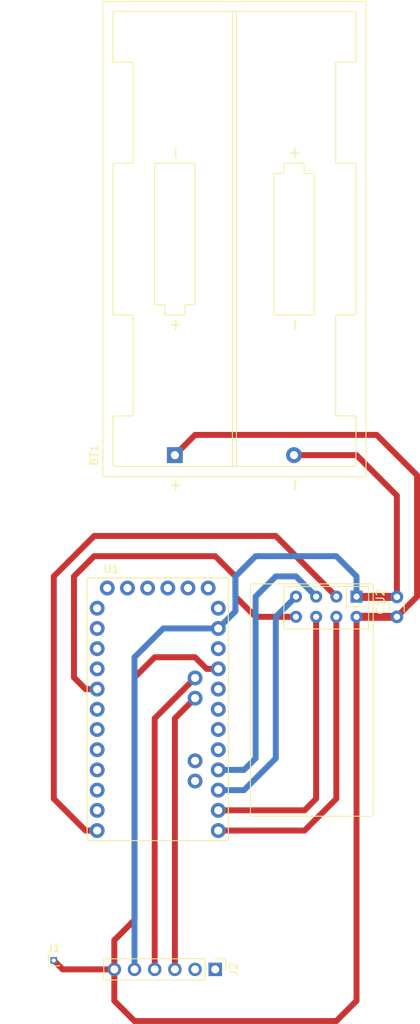
<source format=kicad_pcb>
(kicad_pcb (version 20211014) (generator pcbnew)
  (layers (0 "F.Cu" signal) (31 "B.Cu" signal) (34 "B.Paste" user) (35 "F.Paste" user) (36 "B.SilkS" user "B.Silkscreen") (37 "F.SilkS" user "F.Silkscreen") (38 "B.Mask" user) (39 "F.Mask" user) (44 "Edge.Cuts" user))
  (net 0 "")
  (net 1 "Net-(U1-PadJP6_4)")
  (net 2 "Net-(U3-Pad5)")
  (net 3 "Net-(U3-Pad2)")
  (net 4 "Net-(U1-PadJP2_1)")
  (net 5 "Net-(U1-PadJP2_2)")
  (net 10 "Net-(U1-PadJP7_8)")
  (net 17 "Net-(U1-PadJP7_1)")
  (net 18 "Net-(U1-PadJP6_12)")
  (net 19 "Net-(U1-PadJP6_11)")
  (net 20 "Net-(U1-PadJP6_10)")
  (net 21 "Net-(U1-PadJP6_9)")
  (net 27 "GND")
  (net 31 "Net-(U1-PadJP1_5)")
  (footprint "Capacitor_THT:C_Disc_D3.0mm_W1.6mm_P2.50mm" (layer "F.Cu") (at 167.64 96.52 90)
    (fp_text reference "C1" (at 1.25 -2.05 90) (layer "F.SilkS"))
    (fp_text value "10µF")
    (fp_line (start 0.621 -0.92) (end 1.879 -0.92) (layer "F.SilkS") (width 0.12))
    (fp_line (start 0.621 0.92) (end 1.879 0.92) (layer "F.SilkS") (width 0.12))
    (pad "1" thru_hole circle (at 0 0 90) (size 1.6 1.6) (drill 0.8) (layers *.Cu *.Mask) (net 1 "Net-(U1-PadJP6_4)"))
    (pad "2" thru_hole circle (at 2.5 0 90) (size 1.6 1.6) (drill 0.8) (layers *.Cu *.Mask) (net 27 "GND"))
  )
  (footprint "RF_Module:nRF24L01_Breakout" (layer "F.Cu") (at 162.56 93.98 -90)
    (fp_text reference "U2" (at 0 -3 90) (layer "F.SilkS"))
    (fp_text value "nRF24L01+")
    (fp_line (start -1.016 1.27) (end -1.016 1.27) (layer "F.SilkS") (width 0.12))
    (fp_line (start -1.6 -2.1) (end -1.6 -2.1) (layer "F.SilkS") (width 0.12))
    (fp_line (start 27.6 -2.1) (end 27.6 13.35) (layer "F.SilkS") (width 0.12))
    (fp_line (start 4.064 9.144) (end -1.27 9.144) (layer "F.SilkS") (width 0.12))
    (fp_line (start 1.27 -1.016) (end 1.27 1.27) (layer "F.SilkS") (width 0.12))
    (fp_line (start 4.064 -1.524) (end 4.064 9.144) (layer "F.SilkS") (width 0.12))
    (fp_line (start -1.27 9.144) (end -1.27 -1.524) (layer "F.SilkS") (width 0.12))
    (fp_line (start 1.27 1.27) (end -1.016 1.27) (layer "F.SilkS") (width 0.12))
    (fp_line (start -1.27 -1.524) (end -1.27 -1.524) (layer "F.SilkS") (width 0.12))
    (fp_line (start -1.6 -2.1) (end 27.6 -2.1) (layer "F.SilkS") (width 0.12))
    (fp_line (start -1.27 -1.524) (end 4.064 -1.524) (layer "F.SilkS") (width 0.12))
    (fp_line (start -1.6 13.35) (end -1.6 -2.1) (layer "F.SilkS") (width 0.12))
    (fp_line (start 27.6 13.35) (end -1.6 13.35) (layer "F.SilkS") (width 0.12))
    (fp_line (start -1.27 9.144) (end -1.27 9.144) (layer "F.SilkS") (width 0.12))
    (pad "1" thru_hole rect (at 0 0 270) (size 1.524 1.524) (drill 0.762) (layers *.Cu *.Mask) (net 27 "GND"))
    (pad "2" thru_hole circle (at 2.54 0 270) (size 1.524 1.524) (drill 0.762) (layers *.Cu *.Mask) (net 1 "Net-(U1-PadJP6_4)"))
    (pad "3" thru_hole circle (at 0 2.54 270) (size 1.524 1.524) (drill 0.762) (layers *.Cu *.Mask) (net 17 "Net-(U1-PadJP7_1)"))
    (pad "4" thru_hole circle (at 2.54 2.54 270) (size 1.524 1.524) (drill 0.762) (layers *.Cu *.Mask) (net 18 "Net-(U1-PadJP6_12)"))
    (pad "5" thru_hole circle (at 0 5.08 270) (size 1.524 1.524) (drill 0.762) (layers *.Cu *.Mask) (net 21 "Net-(U1-PadJP6_9)"))
    (pad "6" thru_hole circle (at 2.54 5.08 270) (size 1.524 1.524) (drill 0.762) (layers *.Cu *.Mask) (net 19 "Net-(U1-PadJP6_11)"))
    (pad "7" thru_hole circle (at 0 7.62 270) (size 1.524 1.524) (drill 0.762) (layers *.Cu *.Mask) (net 20 "Net-(U1-PadJP6_10)"))
    (pad "8" thru_hole circle (at 2.54 7.62 270) (size 1.524 1.524) (drill 0.762) (layers *.Cu *.Mask) (net 10 "Net-(U1-PadJP7_8)"))
  )
  (footprint "Connector_PinHeader_1.00mm:PinHeader_1x01_P1.00mm_Vertical" (layer "F.Cu") (at 124.46 139.7)
    (fp_text reference "J1" (at 0 -1.56) (layer "F.SilkS"))
    (fp_text value "Conn_01x01_Male")
    (fp_line (start 0.695 0.685) (end 0.695 0.56) (layer "F.SilkS") (width 0.12))
    (fp_line (start -0.695 0.685) (end 0.695 0.685) (layer "F.SilkS") (width 0.12))
    (fp_line (start -0.695 -0.685) (end 0 -0.685) (layer "F.SilkS") (width 0.12))
    (fp_line (start 0.608276 0.685) (end 0.695 0.685) (layer "F.SilkS") (width 0.12))
    (fp_line (start -0.695 0.685) (end -0.608276 0.685) (layer "F.SilkS") (width 0.12))
    (fp_line (start -0.695 0.685) (end -0.695 0.56) (layer "F.SilkS") (width 0.12))
    (fp_line (start -0.695 0) (end -0.695 -0.685) (layer "F.SilkS") (width 0.12))
    (pad "1" thru_hole rect (at 0 0) (size 0.85 0.85) (drill 0.5) (layers *.Cu *.Mask) (net 1 "Net-(U1-PadJP6_4)"))
  )
  (footprint "ARDUINO_PRO_MINI:MODULE_ARDUINO_PRO_MINI" (layer "F.Cu") (at 137.541 108.14)
    (fp_text reference "U1" (at -5.825 -17.635) (layer "F.SilkS"))
    (fp_text value "ARDUINO_PRO_MINI")
    (fp_line (start -8.89 -16.51) (end -8.89 16.51) (layer "F.SilkS") (width 0.127))
    (fp_line (start 8.89 -16.51) (end -8.89 -16.51) (layer "F.SilkS") (width 0.127))
    (fp_line (start 8.89 16.51) (end 8.89 -16.51) (layer "F.SilkS") (width 0.127))
    (fp_line (start -8.89 16.51) (end 8.89 16.51) (layer "F.SilkS") (width 0.127))
    (pad "JP1_1" thru_hole circle locked (at 6.35 -15.24) (size 1.8796 1.8796) (drill 1.016) (layers *.Cu *.Mask))
    (pad "JP1_2" thru_hole circle locked (at 3.81 -15.24) (size 1.8796 1.8796) (drill 1.016) (layers *.Cu *.Mask))
    (pad "JP1_3" thru_hole circle locked (at 1.27 -15.24) (size 1.8796 1.8796) (drill 1.016) (layers *.Cu *.Mask))
    (pad "JP1_4" thru_hole circle locked (at -1.27 -15.24) (size 1.8796 1.8796) (drill 1.016) (layers *.Cu *.Mask))
    (pad "JP1_5" thru_hole circle locked (at -3.81 -15.24) (size 1.8796 1.8796) (drill 1.016) (layers *.Cu *.Mask) (net 31 "Net-(U1-PadJP1_5)"))
    (pad "JP1_6" thru_hole circle locked (at -6.35 -15.24) (size 1.8796 1.8796) (drill 1.016) (layers *.Cu *.Mask) (net 31 "Net-(U1-PadJP1_5)"))
    (pad "JP2_1" thru_hole circle locked (at 4.699 -1.397) (size 1.8796 1.8796) (drill 1.016) (layers *.Cu *.Mask) (net 4 "Net-(U1-PadJP2_1)"))
    (pad "JP2_2" thru_hole circle locked (at 4.699 -3.937) (size 1.8796 1.8796) (drill 1.016) (layers *.Cu *.Mask) (net 5 "Net-(U1-PadJP2_2)"))
    (pad "JP3_1" thru_hole circle locked (at 4.699 9.017) (size 1.8796 1.8796) (drill 1.016) (layers *.Cu *.Mask))
    (pad "JP3_2" thru_hole circle locked (at 4.699 6.477) (size 1.8796 1.8796) (drill 1.016) (layers *.Cu *.Mask))
    (pad "JP6_1" thru_hole circle locked (at 7.62 -12.7) (size 1.8796 1.8796) (drill 1.016) (layers *.Cu *.Mask))
    (pad "JP6_2" thru_hole circle locked (at 7.62 -10.16) (size 1.8796 1.8796) (drill 1.016) (layers *.Cu *.Mask) (net 27 "GND"))
    (pad "JP6_3" thru_hole circle locked (at 7.62 -7.62) (size 1.8796 1.8796) (drill 1.016) (layers *.Cu *.Mask))
    (pad "JP6_4" thru_hole circle locked (at 7.62 -5.08) (size 1.8796 1.8796) (drill 1.016) (layers *.Cu *.Mask) (net 1 "Net-(U1-PadJP6_4)"))
    (pad "JP6_5" thru_hole circle locked (at 7.62 -2.54) (size 1.8796 1.8796) (drill 1.016) (layers *.Cu *.Mask))
    (pad "JP6_6" thru_hole circle locked (at 7.62 0) (size 1.8796 1.8796) (drill 1.016) (layers *.Cu *.Mask))
    (pad "JP6_7" thru_hole circle locked (at 7.62 2.54) (size 1.8796 1.8796) (drill 1.016) (layers *.Cu *.Mask))
    (pad "JP6_8" thru_hole circle locked (at 7.62 5.08) (size 1.8796 1.8796) (drill 1.016) (layers *.Cu *.Mask))
    (pad "JP6_9" thru_hole circle locked (at 7.62 7.62) (size 1.8796 1.8796) (drill 1.016) (layers *.Cu *.Mask) (net 21 "Net-(U1-PadJP6_9)"))
    (pad "JP6_10" thru_hole circle locked (at 7.62 10.16) (size 1.8796 1.8796) (drill 1.016) (layers *.Cu *.Mask) (net 20 "Net-(U1-PadJP6_10)"))
    (pad "JP6_11" thru_hole circle locked (at 7.62 12.7) (size 1.8796 1.8796) (drill 1.016) (layers *.Cu *.Mask) (net 19 "Net-(U1-PadJP6_11)"))
    (pad "JP6_12" thru_hole circle locked (at 7.62 15.24) (size 1.8796 1.8796) (drill 1.016) (layers *.Cu *.Mask) (net 18 "Net-(U1-PadJP6_12)"))
    (pad "JP7_1" thru_hole circle locked (at -7.62 15.24) (size 1.8796 1.8796) (drill 1.016) (layers *.Cu *.Mask) (net 17 "Net-(U1-PadJP7_1)"))
    (pad "JP7_2" thru_hole circle locked (at -7.62 12.7) (size 1.8796 1.8796) (drill 1.016) (layers *.Cu *.Mask))
    (pad "JP7_3" thru_hole circle locked (at -7.62 10.16) (size 1.8796 1.8796) (drill 1.016) (layers *.Cu *.Mask))
    (pad "JP7_4" thru_hole circle locked (at -7.62 7.62) (size 1.8796 1.8796) (drill 1.016) (layers *.Cu *.Mask))
    (pad "JP7_5" thru_hole circle locked (at -7.62 5.08) (size 1.8796 1.8796) (drill 1.016) (layers *.Cu *.Mask))
    (pad "JP7_6" thru_hole circle locked (at -7.62 2.54) (size 1.8796 1.8796) (drill 1.016) (layers *.Cu *.Mask))
    (pad "JP7_7" thru_hole circle locked (at -7.62 0) (size 1.8796 1.8796) (drill 1.016) (layers *.Cu *.Mask))
    (pad "JP7_8" thru_hole circle locked (at -7.62 -2.54) (size 1.8796 1.8796) (drill 1.016) (layers *.Cu *.Mask) (net 10 "Net-(U1-PadJP7_8)"))
    (pad "JP7_9" thru_hole circle locked (at -7.62 -5.08) (size 1.8796 1.8796) (drill 1.016) (layers *.Cu *.Mask))
    (pad "JP7_10" thru_hole circle locked (at -7.62 -7.62) (size 1.8796 1.8796) (drill 1.016) (layers *.Cu *.Mask))
    (pad "JP7_11" thru_hole circle locked (at -7.62 -10.16) (size 1.8796 1.8796) (drill 1.016) (layers *.Cu *.Mask))
    (pad "JP7_12" thru_hole circle locked (at -7.62 -12.7) (size 1.8796 1.8796) (drill 1.016) (layers *.Cu *.Mask))
  )
  (footprint "Battery:BatteryHolder_Keystone_2462_2xAA" (layer "F.Cu") (at 139.7 76.2 90)
    (fp_text reference "BT1" (at 0 -10.16 90) (layer "F.SilkS"))
    (fp_text value "2x1,5V")
    (fp_text user "-" (at 16.355 14.99 90) (layer "F.SilkS") (effects (font (size 1.5 1.5))))
    (fp_text user "+" (at 37.945 14.99 90) (layer "F.SilkS") (effects (font (size 1.5 1.5))))
    (fp_text user "+" (at -3.81 0 90) (layer "F.SilkS") (effects (font (size 1.5 1.5))))
    (fp_text user "-" (at 37.945 0 90) (layer "F.SilkS") (effects (font (size 1.5 1.5))))
    (fp_text user "-" (at -3.81 14.99 90) (layer "F.SilkS") (effects (font (size 1.5 1.5))))
    (fp_text user "+" (at 16.355 0 90) (layer "F.SilkS") (effects (font (size 1.5 1.5))))
    (fp_line (start 4.925 20.245) (end 17.625 20.245) (layer "F.SilkS") (width 0.12))
    (fp_line (start 55.75 7.749) (end -1.42 7.749) (layer "F.SilkS") (width 0.12))
    (fp_line (start 17.625 1.27) (end 17.625 -1.27) (layer "F.SilkS") (width 0.12))
    (fp_line (start 49.375 -5.255) (end 36.675 -5.255) (layer "F.SilkS") (width 0.12))
    (fp_line (start -2.69 24.055) (end 57.02 24.055) (layer "F.SilkS") (width 0.12))
    (fp_line (start 49.375 -7.795) (end 49.375 -5.255) (layer "F.SilkS") (width 0.12))
    (fp_line (start 18.895 2.54) (end 18.895 1.27) (layer "F.SilkS") (width 0.12))
    (fp_line (start 55.75 -7.795) (end 49.375 -7.795) (layer "F.SilkS") (width 0.12))
    (fp_line (start 57.02 -9.065) (end -2.69 -9.065) (layer "F.SilkS") (width 0.12))
    (fp_line (start 36.675 16.26) (end 35.405 16.26) (layer "F.SilkS") (width 0.12))
    (fp_line (start 17.625 22.785) (end 36.675 22.785) (layer "F.SilkS") (width 0.12))
    (fp_line (start 36.675 -7.795) (end 17.625 -7.795) (layer "F.SilkS") (width 0.12))
    (fp_line (start 17.625 12.45) (end 35.405 12.45) (layer "F.SilkS") (width 0.12))
    (fp_line (start 17.625 -1.27) (end 18.895 -1.27) (layer "F.SilkS") (width 0.12))
    (fp_line (start 49.375 22.785) (end 49.375 20.245) (layer "F.SilkS") (width 0.12))
    (fp_line (start 36.675 -1.27) (end 36.675 2.54) (layer "F.SilkS") (width 0.12))
    (fp_line (start 57.02 24.055) (end 57.02 -9.065) (layer "F.SilkS") (width 0.12))
    (fp_line (start 36.675 13.72) (end 36.675 16.26) (layer "F.SilkS") (width 0.12))
    (fp_line (start 35.405 12.45) (end 35.405 13.72) (layer "F.SilkS") (width 0.12))
    (fp_line (start 49.375 20.245) (end 36.675 20.245) (layer "F.SilkS") (width 0.12))
    (fp_line (start -1.42 7.241) (end 55.75 7.241) (layer "F.SilkS") (width 0.12))
    (fp_line (start 18.895 -2.54) (end 36.675 -2.54) (layer "F.SilkS") (width 0.12))
    (fp_line (start 36.675 -2.54) (end 36.675 -1.27) (layer "F.SilkS") (width 0.12))
    (fp_line (start 17.625 -7.795) (end 17.625 -5.255) (layer "F.SilkS") (width 0.12))
    (fp_line (start -2.69 -9.065) (end -2.69 24.055) (layer "F.SilkS") (width 0.12))
    (fp_line (start 4.925 22.785) (end 4.925 20.245) (layer "F.SilkS") (width 0.12))
    (fp_line (start 18.895 -1.27) (end 18.895 -2.54) (layer "F.SilkS") (width 0.12))
    (fp_line (start 4.925 -5.255) (end 17.625 -5.255) (layer "F.SilkS") (width 0.12))
    (fp_line (start 35.405 13.72) (end 36.675 13.72) (layer "F.SilkS") (width 0.12))
    (fp_line (start 36.675 -5.255) (end 36.675 -7.795) (layer "F.SilkS") (width 0.12))
    (fp_line (start 55.75 -7.795) (end 55.75 22.785) (layer "F.SilkS") (width 0.12))
    (fp_line (start 35.405 16.26) (end 35.405 17.53) (layer "F.SilkS") (width 0.12))
    (fp_line (start 36.675 22.785) (end 36.675 20.245) (layer "F.SilkS") (width 0.12))
    (fp_line (start 4.925 -5.255) (end 4.925 -7.795) (layer "F.SilkS") (width 0.12))
    (fp_line (start -1.42 22.785) (end 4.925 22.785) (layer "F.SilkS") (width 0.12))
    (fp_line (start 18.895 1.27) (end 17.625 1.27) (layer "F.SilkS") (width 0.12))
    (fp_line (start -1.42 -7.795) (end -1.42 22.785) (layer "F.SilkS") (width 0.12))
    (fp_line (start 4.925 -7.795) (end -1.42 -7.795) (layer "F.SilkS") (width 0.12))
    (fp_line (start 36.675 2.54) (end 18.895 2.54) (layer "F.SilkS") (width 0.12))
    (fp_line (start 17.625 20.245) (end 17.625 22.785) (layer "F.SilkS") (width 0.12))
    (fp_line (start 55.75 22.785) (end 49.375 22.785) (layer "F.SilkS") (width 0.12))
    (fp_line (start 17.625 17.53) (end 17.625 12.45) (layer "F.SilkS") (width 0.12))
    (fp_line (start 35.405 17.53) (end 17.625 17.53) (layer "F.SilkS") (width 0.12))
    (pad "" np_thru_hole circle (at 27.165 0 90) (size 3.3 3.3) (drill 3.3) (layers *.Cu *.Mask))
    (pad "" np_thru_hole circle (at 27.165 14.99 90) (size 3.3 3.3) (drill 3.3) (layers *.Cu *.Mask))
    (pad "1" thru_hole rect (at 0 0 90) (size 2 2) (drill 1.02) (layers *.Cu *.Mask) (net 1 "Net-(U1-PadJP6_4)"))
    (pad "2" thru_hole circle (at 0 14.99 90) (size 2 2) (drill 1.02) (layers *.Cu *.Mask) (net 27 "GND"))
  )
  (footprint "Connector_PinHeader_2.54mm:PinHeader_1x06_P2.54mm_Vertical" (layer "F.Cu") (at 144.78 140.824022 -90)
    (fp_text reference "J2" (at 0 -2.33 90) (layer "F.SilkS"))
    (fp_text value "BME280")
    (fp_line (start -1.33 1.27) (end -1.33 14.03) (layer "F.SilkS") (width 0.12))
    (fp_line (start -1.33 -1.33) (end 0 -1.33) (layer "F.SilkS") (width 0.12))
    (fp_line (start -1.33 14.03) (end 1.33 14.03) (layer "F.SilkS") (width 0.12))
    (fp_line (start 1.33 1.27) (end 1.33 14.03) (layer "F.SilkS") (width 0.12))
    (fp_line (start -1.33 0) (end -1.33 -1.33) (layer "F.SilkS") (width 0.12))
    (fp_line (start -1.33 1.27) (end 1.33 1.27) (layer "F.SilkS") (width 0.12))
    (pad "1" thru_hole rect (at 0 0 270) (size 1.7 1.7) (drill 1) (layers *.Cu *.Mask) (net 2 "Net-(U3-Pad5)"))
    (pad "2" thru_hole oval (at 0 2.54 270) (size 1.7 1.7) (drill 1) (layers *.Cu *.Mask) (net 3 "Net-(U3-Pad2)"))
    (pad "3" thru_hole oval (at 0 5.08 270) (size 1.7 1.7) (drill 1) (layers *.Cu *.Mask) (net 4 "Net-(U1-PadJP2_1)"))
    (pad "4" thru_hole oval (at 0 7.62 270) (size 1.7 1.7) (drill 1) (layers *.Cu *.Mask) (net 5 "Net-(U1-PadJP2_2)"))
    (pad "5" thru_hole oval (at 0 10.16 270) (size 1.7 1.7) (drill 1) (layers *.Cu *.Mask) (net 27 "GND"))
    (pad "6" thru_hole oval (at 0 12.7 270) (size 1.7 1.7) (drill 1) (layers *.Cu *.Mask) (net 1 "Net-(U1-PadJP6_4)"))
  )
  (segment (start 134.62 104.14) (end 137.16 101.6) (width 0.75) (layer "F.Cu") (net 1))
  (segment (start 170.18 78.74) (end 170.18 93.98) (width 0.75) (layer "F.Cu") (net 1))
  (segment (start 134.62 147.32) (end 132.08 144.78) (width 0.75) (layer "F.Cu") (net 1))
  (segment (start 142.24 73.66) (end 165.1 73.66) (width 0.75) (layer "F.Cu") (net 1))
  (segment (start 132.08 140.824022) (end 125.584022 140.824022) (width 0.75) (layer "F.Cu") (net 1))
  (segment (start 170.18 93.98) (end 167.64 96.52) (width 0.75) (layer "F.Cu") (net 1))
  (segment (start 125.584022 140.824022) (end 124.46 139.7) (width 0.75) (layer "F.Cu") (net 1))
  (segment (start 165.1 73.66) (end 170.18 78.74) (width 0.75) (layer "F.Cu") (net 1))
  (segment (start 162.56 144.78) (end 160.02 147.32) (width 0.75) (layer "F.Cu") (net 1))
  (segment (start 160.02 147.32) (end 134.62 147.32) (width 0.75) (layer "F.Cu") (net 1))
  (segment (start 132.08 140.824022) (end 132.08 137.16) (width 0.75) (layer "F.Cu") (net 1))
  (segment (start 132.08 144.78) (end 132.08 140.824022) (width 0.75) (layer "F.Cu") (net 1))
  (segment (start 167.64 96.52) (end 162.56 96.52) (width 1) (layer "F.Cu") (net 1))
  (segment (start 162.56 96.52) (end 162.56 144.78) (width 0.75) (layer "F.Cu") (net 1))
  (segment (start 143.7 103.06) (end 145.161 103.06) (width 0.75) (layer "F.Cu") (net 1))
  (segment (start 139.7 76.2) (end 142.24 73.66) (width 0.75) (layer "F.Cu") (net 1))
  (segment (start 134.62 134.62) (end 134.62 104.14) (width 0.75) (layer "F.Cu") (net 1))
  (segment (start 132.08 137.16) (end 134.62 134.62) (width 0.75) (layer "F.Cu") (net 1))
  (segment (start 137.16 101.6) (end 142.24 101.6) (width 0.75) (layer "F.Cu") (net 1))
  (segment (start 142.24 101.6) (end 143.7 103.06) (width 0.75) (layer "F.Cu") (net 1))
  (segment (start 142.68952 140.374502) (end 142.24 140.824022) (width 0.25) (layer "F.Cu") (net 3))
  (segment (start 142.24 106.743) (end 139.7 109.283) (width 0.75) (layer "F.Cu") (net 4))
  (segment (start 139.7 109.283) (end 139.7 140.824022) (width 0.75) (layer "F.Cu") (net 4))
  (segment (start 137.16 109.283) (end 137.16 140.824022) (width 0.75) (layer "F.Cu") (net 5))
  (segment (start 142.24 104.203) (end 137.16 109.283) (width 0.75) (layer "F.Cu") (net 5))
  (segment (start 147.32 93.98) (end 147.32 91.44) (width 0.75) (layer "F.Cu") (net 10))
  (segment (start 129.54 88.9) (end 127 91.44) (width 0.75) (layer "F.Cu") (net 10))
  (segment (start 128.46 105.6) (end 129.921 105.6) (width 0.75) (layer "F.Cu") (net 10))
  (segment (start 147.32 91.44) (end 144.78 88.9) (width 0.75) (layer "F.Cu") (net 10))
  (segment (start 127 91.44) (end 127 104.14) (width 0.75) (layer "F.Cu") (net 10))
  (segment (start 144.78 88.9) (end 129.54 88.9) (width 0.75) (layer "F.Cu") (net 10))
  (segment (start 127 104.14) (end 128.46 105.6) (width 0.75) (layer "F.Cu") (net 10))
  (segment (start 149.86 96.52) (end 147.32 93.98) (width 0.75) (layer "F.Cu") (net 10))
  (segment (start 154.94 96.52) (end 149.86 96.52) (width 0.75) (layer "F.Cu") (net 10))
  (segment (start 152.4 86.36) (end 129.54 86.36) (width 0.75) (layer "F.Cu") (net 17))
  (segment (start 128.46 123.38) (end 129.921 123.38) (width 0.75) (layer "F.Cu") (net 17))
  (segment (start 124.46 91.44) (end 124.46 119.38) (width 0.75) (layer "F.Cu") (net 17))
  (segment (start 124.46 119.38) (end 128.46 123.38) (width 0.75) (layer "F.Cu") (net 17))
  (segment (start 160.02 93.98) (end 152.4 86.36) (width 0.75) (layer "F.Cu") (net 17))
  (segment (start 129.54 86.36) (end 124.46 91.44) (width 0.75) (layer "F.Cu") (net 17))
  (segment (start 160.02 119.38) (end 156.02 123.38) (width 0.75) (layer "F.Cu") (net 18))
  (segment (start 160.02 96.52) (end 160.02 119.38) (width 0.75) (layer "F.Cu") (net 18))
  (segment (start 156.02 123.38) (end 145.161 123.38) (width 0.75) (layer "F.Cu") (net 18))
  (segment (start 156.02 120.84) (end 145.161 120.84) (width 0.75) (layer "F.Cu") (net 19))
  (segment (start 157.48 119.38) (end 156.02 120.84) (width 0.75) (layer "F.Cu") (net 19))
  (segment (start 157.48 96.52) (end 157.48 119.38) (width 0.75) (layer "F.Cu") (net 19))
  (segment (start 152.4 96.52) (end 152.4 114.3) (width 0.75) (layer "B.Cu") (net 20))
  (segment (start 152.4 114.3) (end 148.4 118.3) (width 0.75) (layer "B.Cu") (net 20))
  (segment (start 154.94 93.98) (end 152.4 96.52) (width 0.75) (layer "B.Cu") (net 20))
  (segment (start 148.4 118.3) (end 145.161 118.3) (width 0.75) (layer "B.Cu") (net 20))
  (segment (start 149.86 114.3) (end 148.4 115.76) (width 0.75) (layer "B.Cu") (net 21))
  (segment (start 149.86 93.98) (end 149.86 114.3) (width 0.75) (layer "B.Cu") (net 21))
  (segment (start 157.48 93.98) (end 154.94 91.44) (width 0.75) (layer "B.Cu") (net 21))
  (segment (start 152.4 91.44) (end 149.86 93.98) (width 0.75) (layer "B.Cu") (net 21))
  (segment (start 148.4 115.76) (end 145.161 115.76) (width 0.75) (layer "B.Cu") (net 21))
  (segment (start 154.94 91.44) (end 152.4 91.44) (width 0.75) (layer "B.Cu") (net 21))
  (segment (start 154.69 76.2) (end 162.56 76.2) (width 0.75) (layer "F.Cu") (net 27))
  (segment (start 167.64 94.02) (end 162.6 94.02) (width 1) (layer "F.Cu") (net 27))
  (segment (start 167.64 81.28) (end 167.64 94.02) (width 0.75) (layer "F.Cu") (net 27))
  (segment (start 162.6 94.02) (end 162.56 93.98) (width 0.25) (layer "F.Cu") (net 27))
  (segment (start 162.56 76.2) (end 167.64 81.28) (width 0.75) (layer "F.Cu") (net 27))
  (segment (start 160.02 88.9) (end 162.56 91.44) (width 0.75) (layer "B.Cu") (net 27))
  (segment (start 147.32 91.44) (end 149.86 88.9) (width 0.75) (layer "B.Cu") (net 27))
  (segment (start 134.62 140.824022) (end 134.62 101.6) (width 0.75) (layer "B.Cu") (net 27))
  (segment (start 145.161 97.98) (end 147.32 95.821) (width 0.75) (layer "B.Cu") (net 27))
  (segment (start 147.32 95.821) (end 147.32 91.44) (width 0.75) (layer "B.Cu") (net 27))
  (segment (start 149.86 88.9) (end 160.02 88.9) (width 0.75) (layer "B.Cu") (net 27))
  (segment (start 134.62 101.6) (end 138.24 97.98) (width 0.75) (layer "B.Cu") (net 27))
  (segment (start 162.56 91.44) (end 162.56 93.98) (width 0.75) (layer "B.Cu") (net 27))
  (segment (start 138.24 97.98) (end 145.161 97.98) (width 0.75) (layer "B.Cu") (net 27))
)
</source>
